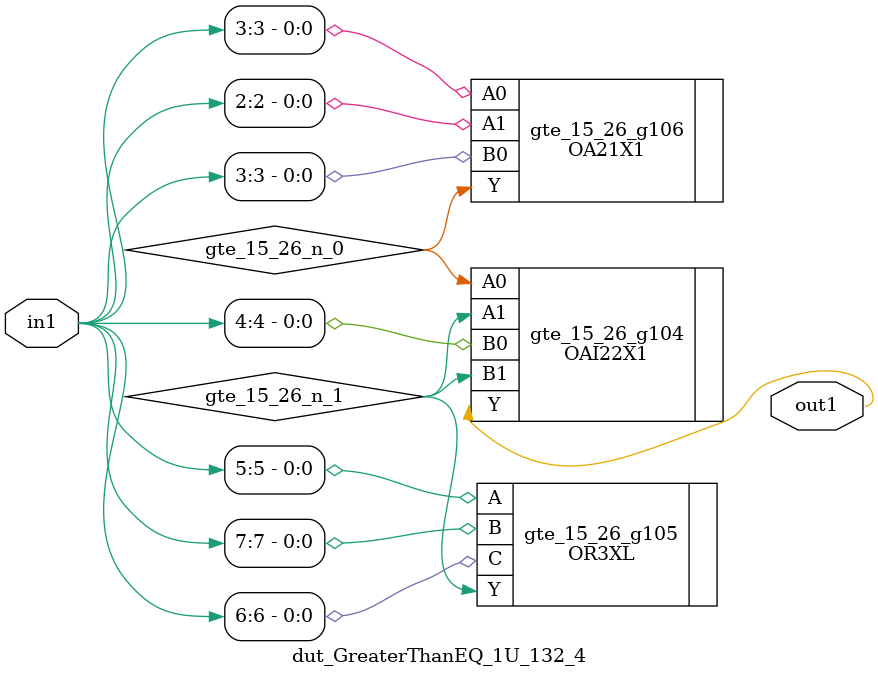
<source format=v>
`timescale 1ps / 1ps


module dut_GreaterThanEQ_1U_132_4(in1, out1);
  input [7:0] in1;
  output out1;
  wire [7:0] in1;
  wire out1;
  wire gte_15_26_n_0, gte_15_26_n_1;
  OAI22X1 gte_15_26_g104(.A0 (gte_15_26_n_0), .A1 (gte_15_26_n_1), .B0
       (in1[4]), .B1 (gte_15_26_n_1), .Y (out1));
  OR3XL gte_15_26_g105(.A (in1[5]), .B (in1[7]), .C (in1[6]), .Y
       (gte_15_26_n_1));
  OA21X1 gte_15_26_g106(.A0 (in1[3]), .A1 (in1[2]), .B0 (in1[3]), .Y
       (gte_15_26_n_0));
endmodule



</source>
